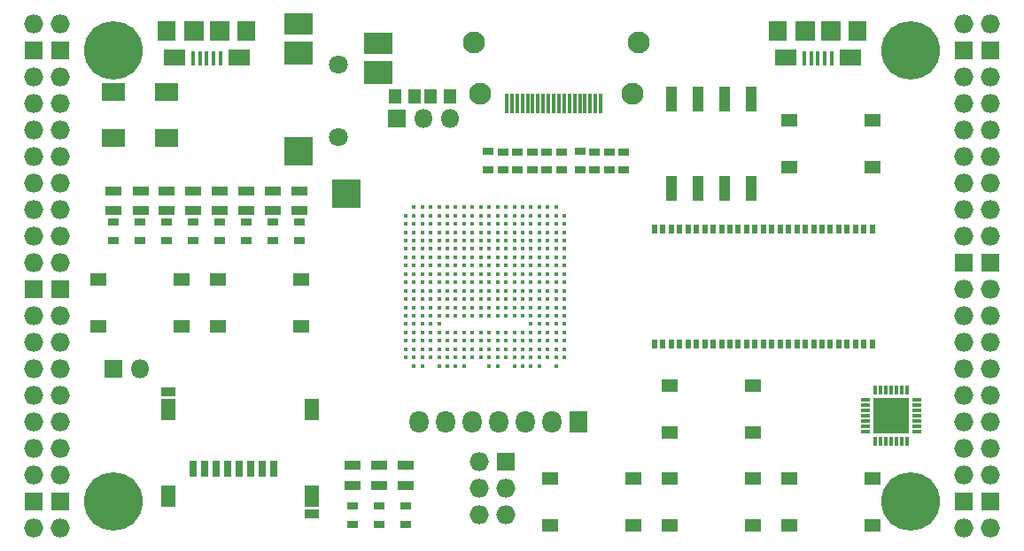
<source format=gts>
G04 #@! TF.GenerationSoftware,KiCad,Pcbnew,5.0.0-rc2+dfsg1-2*
G04 #@! TF.CreationDate,2018-06-08T13:29:07+02:00*
G04 #@! TF.ProjectId,ulx3s,756C7833732E6B696361645F70636200,rev?*
G04 #@! TF.SameCoordinates,Original*
G04 #@! TF.FileFunction,Soldermask,Top*
G04 #@! TF.FilePolarity,Negative*
%FSLAX46Y46*%
G04 Gerber Fmt 4.6, Leading zero omitted, Abs format (unit mm)*
G04 Created by KiCad (PCBNEW 5.0.0-rc2+dfsg1-2) date Fri Jun  8 13:29:07 2018*
%MOMM*%
%LPD*%
G01*
G04 APERTURE LIST*
%ADD10O,1.827200X1.827200*%
%ADD11R,1.727200X1.727200*%
%ADD12C,5.600000*%
%ADD13O,0.950000X0.400000*%
%ADD14O,0.400000X0.950000*%
%ADD15R,1.675000X1.675000*%
%ADD16R,1.727200X2.032000*%
%ADD17O,1.827200X2.132000*%
%ADD18R,1.550000X1.300000*%
%ADD19R,1.120000X2.440000*%
%ADD20C,0.430000*%
%ADD21R,2.800000X2.000000*%
%ADD22R,2.800000X2.200000*%
%ADD23R,2.800000X2.800000*%
%ADD24C,1.800000*%
%ADD25R,0.700000X1.500000*%
%ADD26R,1.450000X0.900000*%
%ADD27R,1.450000X2.000000*%
%ADD28R,2.200000X1.800000*%
%ADD29R,0.560000X0.900000*%
%ADD30R,1.000000X0.670000*%
%ADD31R,1.500000X0.970000*%
%ADD32R,0.300000X1.900000*%
%ADD33C,2.100000*%
%ADD34R,1.700000X1.700000*%
%ADD35O,1.800000X1.800000*%
%ADD36R,1.295000X1.400000*%
%ADD37R,1.800000X1.900000*%
%ADD38R,0.400000X1.350000*%
%ADD39R,1.900000X1.900000*%
%ADD40R,2.100000X1.600000*%
G04 APERTURE END LIST*
D10*
G04 #@! TO.C,J1*
X97910000Y-62690000D03*
X95370000Y-62690000D03*
D11*
X97910000Y-65230000D03*
X95370000Y-65230000D03*
D10*
X97910000Y-67770000D03*
X95370000Y-67770000D03*
X97910000Y-70310000D03*
X95370000Y-70310000D03*
X97910000Y-72850000D03*
X95370000Y-72850000D03*
X97910000Y-75390000D03*
X95370000Y-75390000D03*
X97910000Y-77930000D03*
X95370000Y-77930000D03*
X97910000Y-80470000D03*
X95370000Y-80470000D03*
X97910000Y-83010000D03*
X95370000Y-83010000D03*
X97910000Y-85550000D03*
X95370000Y-85550000D03*
D11*
X97910000Y-88090000D03*
X95370000Y-88090000D03*
D10*
X97910000Y-90630000D03*
X95370000Y-90630000D03*
X97910000Y-93170000D03*
X95370000Y-93170000D03*
X97910000Y-95710000D03*
X95370000Y-95710000D03*
X97910000Y-98250000D03*
X95370000Y-98250000D03*
X97910000Y-100790000D03*
X95370000Y-100790000D03*
X97910000Y-103330000D03*
X95370000Y-103330000D03*
X97910000Y-105870000D03*
X95370000Y-105870000D03*
D11*
X97910000Y-108410000D03*
X95370000Y-108410000D03*
D10*
X97910000Y-110950000D03*
X95370000Y-110950000D03*
G04 #@! TD*
G04 #@! TO.C,J2*
X184270000Y-110950000D03*
X186810000Y-110950000D03*
D11*
X184270000Y-108410000D03*
X186810000Y-108410000D03*
D10*
X184270000Y-105870000D03*
X186810000Y-105870000D03*
X184270000Y-103330000D03*
X186810000Y-103330000D03*
X184270000Y-100790000D03*
X186810000Y-100790000D03*
X184270000Y-98250000D03*
X186810000Y-98250000D03*
X184270000Y-95710000D03*
X186810000Y-95710000D03*
X184270000Y-93170000D03*
X186810000Y-93170000D03*
X184270000Y-90630000D03*
X186810000Y-90630000D03*
X184270000Y-88090000D03*
X186810000Y-88090000D03*
D11*
X184270000Y-85550000D03*
X186810000Y-85550000D03*
D10*
X184270000Y-83010000D03*
X186810000Y-83010000D03*
X184270000Y-80470000D03*
X186810000Y-80470000D03*
X184270000Y-77930000D03*
X186810000Y-77930000D03*
X184270000Y-75390000D03*
X186810000Y-75390000D03*
X184270000Y-72850000D03*
X186810000Y-72850000D03*
X184270000Y-70310000D03*
X186810000Y-70310000D03*
X184270000Y-67770000D03*
X186810000Y-67770000D03*
D11*
X184270000Y-65230000D03*
X186810000Y-65230000D03*
D10*
X184270000Y-62690000D03*
X186810000Y-62690000D03*
G04 #@! TD*
D12*
G04 #@! TO.C,H1*
X102990000Y-108410000D03*
G04 #@! TD*
G04 #@! TO.C,H2*
X179190000Y-108410000D03*
G04 #@! TD*
G04 #@! TO.C,H3*
X179190000Y-65230000D03*
G04 #@! TD*
G04 #@! TO.C,H4*
X102990000Y-65230000D03*
G04 #@! TD*
D11*
G04 #@! TO.C,J4*
X140455000Y-104600000D03*
D10*
X137915000Y-104600000D03*
X140455000Y-107140000D03*
X137915000Y-107140000D03*
X140455000Y-109680000D03*
X137915000Y-109680000D03*
G04 #@! TD*
D13*
G04 #@! TO.C,U8*
X179735000Y-101655000D03*
X179735000Y-101155000D03*
X179735000Y-100655000D03*
X179735000Y-100155000D03*
X179735000Y-99655000D03*
X179735000Y-99155000D03*
X179735000Y-98655000D03*
D14*
X178785000Y-97705000D03*
X178285000Y-97705000D03*
X177785000Y-97705000D03*
X177285000Y-97705000D03*
X176785000Y-97705000D03*
X176285000Y-97705000D03*
X175785000Y-97705000D03*
D13*
X174835000Y-98655000D03*
X174835000Y-99155000D03*
X174835000Y-99655000D03*
X174835000Y-100155000D03*
X174835000Y-100655000D03*
X174835000Y-101155000D03*
X174835000Y-101655000D03*
D14*
X175785000Y-102605000D03*
X176285000Y-102605000D03*
X176785000Y-102605000D03*
X177285000Y-102605000D03*
X177785000Y-102605000D03*
X178285000Y-102605000D03*
X178785000Y-102605000D03*
D15*
X176447500Y-99317500D03*
X176447500Y-100992500D03*
X178122500Y-99317500D03*
X178122500Y-100992500D03*
G04 #@! TD*
D16*
G04 #@! TO.C,OLED1*
X147440000Y-100790000D03*
D17*
X144900000Y-100790000D03*
X142360000Y-100790000D03*
X139820000Y-100790000D03*
X137280000Y-100790000D03*
X134740000Y-100790000D03*
X132200000Y-100790000D03*
G04 #@! TD*
D18*
G04 #@! TO.C,BTN0*
X175550000Y-71870000D03*
X175550000Y-76370000D03*
X167590000Y-76370000D03*
X167590000Y-71870000D03*
G04 #@! TD*
G04 #@! TO.C,BTN1*
X101550000Y-91610000D03*
X101550000Y-87110000D03*
X109510000Y-87110000D03*
X109510000Y-91610000D03*
G04 #@! TD*
G04 #@! TO.C,BTN2*
X112980000Y-91610000D03*
X112980000Y-87110000D03*
X120940000Y-87110000D03*
X120940000Y-91610000D03*
G04 #@! TD*
G04 #@! TO.C,BTN3*
X156160000Y-101770000D03*
X156160000Y-97270000D03*
X164120000Y-97270000D03*
X164120000Y-101770000D03*
G04 #@! TD*
G04 #@! TO.C,BTN4*
X164120000Y-106160000D03*
X164120000Y-110660000D03*
X156160000Y-110660000D03*
X156160000Y-106160000D03*
G04 #@! TD*
G04 #@! TO.C,BTN5*
X152690000Y-106160000D03*
X152690000Y-110660000D03*
X144730000Y-110660000D03*
X144730000Y-106160000D03*
G04 #@! TD*
G04 #@! TO.C,BTN6*
X175550000Y-106160000D03*
X175550000Y-110660000D03*
X167590000Y-110660000D03*
X167590000Y-106160000D03*
G04 #@! TD*
D19*
G04 #@! TO.C,SW1*
X156330000Y-78425000D03*
X163950000Y-69815000D03*
X158870000Y-78425000D03*
X161410000Y-69815000D03*
X161410000Y-78425000D03*
X158870000Y-69815000D03*
X163950000Y-78425000D03*
X156330000Y-69815000D03*
G04 #@! TD*
D20*
G04 #@! TO.C,U1*
X131680000Y-80200000D03*
X132480000Y-80200000D03*
X133280000Y-80200000D03*
X134080000Y-80200000D03*
X134880000Y-80200000D03*
X135680000Y-80200000D03*
X136480000Y-80200000D03*
X137280000Y-80200000D03*
X138080000Y-80200000D03*
X138880000Y-80200000D03*
X139680000Y-80200000D03*
X140480000Y-80200000D03*
X141280000Y-80200000D03*
X142080000Y-80200000D03*
X142880000Y-80200000D03*
X143680000Y-80200000D03*
X144480000Y-80200000D03*
X145280000Y-80200000D03*
X130880000Y-81000000D03*
X131680000Y-81000000D03*
X132480000Y-81000000D03*
X133280000Y-81000000D03*
X134080000Y-81000000D03*
X134880000Y-81000000D03*
X135680000Y-81000000D03*
X136480000Y-81000000D03*
X137280000Y-81000000D03*
X138080000Y-81000000D03*
X138880000Y-81000000D03*
X139680000Y-81000000D03*
X140480000Y-81000000D03*
X141280000Y-81000000D03*
X142080000Y-81000000D03*
X142880000Y-81000000D03*
X143680000Y-81000000D03*
X144480000Y-81000000D03*
X145280000Y-81000000D03*
X146080000Y-81000000D03*
X130880000Y-81800000D03*
X131680000Y-81800000D03*
X132480000Y-81800000D03*
X133280000Y-81800000D03*
X134080000Y-81800000D03*
X134880000Y-81800000D03*
X135680000Y-81800000D03*
X136480000Y-81800000D03*
X137280000Y-81800000D03*
X138080000Y-81800000D03*
X138880000Y-81800000D03*
X139680000Y-81800000D03*
X140480000Y-81800000D03*
X141280000Y-81800000D03*
X142080000Y-81800000D03*
X142880000Y-81800000D03*
X143680000Y-81800000D03*
X144480000Y-81800000D03*
X145280000Y-81800000D03*
X146080000Y-81800000D03*
X130880000Y-82600000D03*
X131680000Y-82600000D03*
X132480000Y-82600000D03*
X133280000Y-82600000D03*
X134080000Y-82600000D03*
X134880000Y-82600000D03*
X135680000Y-82600000D03*
X136480000Y-82600000D03*
X137280000Y-82600000D03*
X138080000Y-82600000D03*
X138880000Y-82600000D03*
X139680000Y-82600000D03*
X140480000Y-82600000D03*
X141280000Y-82600000D03*
X142080000Y-82600000D03*
X142880000Y-82600000D03*
X143680000Y-82600000D03*
X144480000Y-82600000D03*
X145280000Y-82600000D03*
X146080000Y-82600000D03*
X130880000Y-83400000D03*
X131680000Y-83400000D03*
X132480000Y-83400000D03*
X133280000Y-83400000D03*
X134080000Y-83400000D03*
X134880000Y-83400000D03*
X135680000Y-83400000D03*
X136480000Y-83400000D03*
X137280000Y-83400000D03*
X138080000Y-83400000D03*
X138880000Y-83400000D03*
X139680000Y-83400000D03*
X140480000Y-83400000D03*
X141280000Y-83400000D03*
X142080000Y-83400000D03*
X142880000Y-83400000D03*
X143680000Y-83400000D03*
X144480000Y-83400000D03*
X145280000Y-83400000D03*
X146080000Y-83400000D03*
X130880000Y-84200000D03*
X131680000Y-84200000D03*
X132480000Y-84200000D03*
X133280000Y-84200000D03*
X134080000Y-84200000D03*
X134880000Y-84200000D03*
X135680000Y-84200000D03*
X136480000Y-84200000D03*
X137280000Y-84200000D03*
X138080000Y-84200000D03*
X138880000Y-84200000D03*
X139680000Y-84200000D03*
X140480000Y-84200000D03*
X141280000Y-84200000D03*
X142080000Y-84200000D03*
X142880000Y-84200000D03*
X143680000Y-84200000D03*
X144480000Y-84200000D03*
X145280000Y-84200000D03*
X146080000Y-84200000D03*
X130880000Y-85000000D03*
X131680000Y-85000000D03*
X132480000Y-85000000D03*
X133280000Y-85000000D03*
X134080000Y-85000000D03*
X134880000Y-85000000D03*
X135680000Y-85000000D03*
X136480000Y-85000000D03*
X137280000Y-85000000D03*
X138080000Y-85000000D03*
X138880000Y-85000000D03*
X139680000Y-85000000D03*
X140480000Y-85000000D03*
X141280000Y-85000000D03*
X142080000Y-85000000D03*
X142880000Y-85000000D03*
X143680000Y-85000000D03*
X144480000Y-85000000D03*
X145280000Y-85000000D03*
X146080000Y-85000000D03*
X130880000Y-85800000D03*
X131680000Y-85800000D03*
X132480000Y-85800000D03*
X133280000Y-85800000D03*
X134080000Y-85800000D03*
X134880000Y-85800000D03*
X135680000Y-85800000D03*
X136480000Y-85800000D03*
X137280000Y-85800000D03*
X138080000Y-85800000D03*
X138880000Y-85800000D03*
X139680000Y-85800000D03*
X140480000Y-85800000D03*
X141280000Y-85800000D03*
X142080000Y-85800000D03*
X142880000Y-85800000D03*
X143680000Y-85800000D03*
X144480000Y-85800000D03*
X145280000Y-85800000D03*
X146080000Y-85800000D03*
X130880000Y-86600000D03*
X131680000Y-86600000D03*
X132480000Y-86600000D03*
X133280000Y-86600000D03*
X134080000Y-86600000D03*
X134880000Y-86600000D03*
X135680000Y-86600000D03*
X136480000Y-86600000D03*
X137280000Y-86600000D03*
X138080000Y-86600000D03*
X138880000Y-86600000D03*
X139680000Y-86600000D03*
X140480000Y-86600000D03*
X141280000Y-86600000D03*
X142080000Y-86600000D03*
X142880000Y-86600000D03*
X143680000Y-86600000D03*
X144480000Y-86600000D03*
X145280000Y-86600000D03*
X146080000Y-86600000D03*
X130880000Y-87400000D03*
X131680000Y-87400000D03*
X132480000Y-87400000D03*
X133280000Y-87400000D03*
X134080000Y-87400000D03*
X134880000Y-87400000D03*
X135680000Y-87400000D03*
X136480000Y-87400000D03*
X137280000Y-87400000D03*
X138080000Y-87400000D03*
X138880000Y-87400000D03*
X139680000Y-87400000D03*
X140480000Y-87400000D03*
X141280000Y-87400000D03*
X142080000Y-87400000D03*
X142880000Y-87400000D03*
X143680000Y-87400000D03*
X144480000Y-87400000D03*
X145280000Y-87400000D03*
X146080000Y-87400000D03*
X130880000Y-88200000D03*
X131680000Y-88200000D03*
X132480000Y-88200000D03*
X133280000Y-88200000D03*
X134080000Y-88200000D03*
X134880000Y-88200000D03*
X135680000Y-88200000D03*
X136480000Y-88200000D03*
X137280000Y-88200000D03*
X138080000Y-88200000D03*
X138880000Y-88200000D03*
X139680000Y-88200000D03*
X140480000Y-88200000D03*
X141280000Y-88200000D03*
X142080000Y-88200000D03*
X142880000Y-88200000D03*
X143680000Y-88200000D03*
X144480000Y-88200000D03*
X145280000Y-88200000D03*
X146080000Y-88200000D03*
X130880000Y-89000000D03*
X131680000Y-89000000D03*
X132480000Y-89000000D03*
X133280000Y-89000000D03*
X134080000Y-89000000D03*
X134880000Y-89000000D03*
X135680000Y-89000000D03*
X136480000Y-89000000D03*
X137280000Y-89000000D03*
X138080000Y-89000000D03*
X138880000Y-89000000D03*
X139680000Y-89000000D03*
X140480000Y-89000000D03*
X141280000Y-89000000D03*
X142080000Y-89000000D03*
X142880000Y-89000000D03*
X143680000Y-89000000D03*
X144480000Y-89000000D03*
X145280000Y-89000000D03*
X146080000Y-89000000D03*
X130880000Y-89800000D03*
X131680000Y-89800000D03*
X132480000Y-89800000D03*
X133280000Y-89800000D03*
X134080000Y-89800000D03*
X134880000Y-89800000D03*
X135680000Y-89800000D03*
X136480000Y-89800000D03*
X137280000Y-89800000D03*
X138080000Y-89800000D03*
X138880000Y-89800000D03*
X139680000Y-89800000D03*
X140480000Y-89800000D03*
X141280000Y-89800000D03*
X142080000Y-89800000D03*
X142880000Y-89800000D03*
X143680000Y-89800000D03*
X144480000Y-89800000D03*
X145280000Y-89800000D03*
X146080000Y-89800000D03*
X130880000Y-90600000D03*
X131680000Y-90600000D03*
X132480000Y-90600000D03*
X133280000Y-90600000D03*
X134080000Y-90600000D03*
X134880000Y-90600000D03*
X135680000Y-90600000D03*
X136480000Y-90600000D03*
X137280000Y-90600000D03*
X138080000Y-90600000D03*
X138880000Y-90600000D03*
X139680000Y-90600000D03*
X140480000Y-90600000D03*
X141280000Y-90600000D03*
X142080000Y-90600000D03*
X142880000Y-90600000D03*
X143680000Y-90600000D03*
X144480000Y-90600000D03*
X145280000Y-90600000D03*
X146080000Y-90600000D03*
X130880000Y-91400000D03*
X131680000Y-91400000D03*
X132480000Y-91400000D03*
X133280000Y-91400000D03*
X134080000Y-91400000D03*
X142880000Y-91400000D03*
X143680000Y-91400000D03*
X144480000Y-91400000D03*
X145280000Y-91400000D03*
X146080000Y-91400000D03*
X130880000Y-92200000D03*
X131680000Y-92200000D03*
X132480000Y-92200000D03*
X133280000Y-92200000D03*
X134080000Y-92200000D03*
X134880000Y-92200000D03*
X135680000Y-92200000D03*
X136480000Y-92200000D03*
X137280000Y-92200000D03*
X138080000Y-92200000D03*
X138880000Y-92200000D03*
X139680000Y-92200000D03*
X140480000Y-92200000D03*
X141280000Y-92200000D03*
X142080000Y-92200000D03*
X142880000Y-92200000D03*
X143680000Y-92200000D03*
X144480000Y-92200000D03*
X145280000Y-92200000D03*
X146080000Y-92200000D03*
X130880000Y-93000000D03*
X131680000Y-93000000D03*
X132480000Y-93000000D03*
X133280000Y-93000000D03*
X134080000Y-93000000D03*
X134880000Y-93000000D03*
X135680000Y-93000000D03*
X136480000Y-93000000D03*
X137280000Y-93000000D03*
X138080000Y-93000000D03*
X138880000Y-93000000D03*
X139680000Y-93000000D03*
X140480000Y-93000000D03*
X141280000Y-93000000D03*
X142080000Y-93000000D03*
X142880000Y-93000000D03*
X143680000Y-93000000D03*
X144480000Y-93000000D03*
X145280000Y-93000000D03*
X146080000Y-93000000D03*
X130880000Y-93800000D03*
X131680000Y-93800000D03*
X132480000Y-93800000D03*
X133280000Y-93800000D03*
X134080000Y-93800000D03*
X134880000Y-93800000D03*
X135680000Y-93800000D03*
X136480000Y-93800000D03*
X137280000Y-93800000D03*
X138080000Y-93800000D03*
X138880000Y-93800000D03*
X139680000Y-93800000D03*
X140480000Y-93800000D03*
X141280000Y-93800000D03*
X142080000Y-93800000D03*
X142880000Y-93800000D03*
X143680000Y-93800000D03*
X144480000Y-93800000D03*
X145280000Y-93800000D03*
X146080000Y-93800000D03*
X130880000Y-94600000D03*
X131680000Y-94600000D03*
X132480000Y-94600000D03*
X133280000Y-94600000D03*
X134080000Y-94600000D03*
X134880000Y-94600000D03*
X135680000Y-94600000D03*
X136480000Y-94600000D03*
X137280000Y-94600000D03*
X138080000Y-94600000D03*
X138880000Y-94600000D03*
X139680000Y-94600000D03*
X140480000Y-94600000D03*
X141280000Y-94600000D03*
X142080000Y-94600000D03*
X142880000Y-94600000D03*
X143680000Y-94600000D03*
X144480000Y-94600000D03*
X145280000Y-94600000D03*
X146080000Y-94600000D03*
X131680000Y-95400000D03*
X132480000Y-95400000D03*
X134080000Y-95400000D03*
X134880000Y-95400000D03*
X135680000Y-95400000D03*
X136480000Y-95400000D03*
X138880000Y-95400000D03*
X139680000Y-95400000D03*
X141280000Y-95400000D03*
X142080000Y-95400000D03*
X142880000Y-95400000D03*
X143680000Y-95400000D03*
X145280000Y-95400000D03*
G04 #@! TD*
D21*
G04 #@! TO.C,AUDIO1*
X120668000Y-62618000D03*
D22*
X120668000Y-65418000D03*
D23*
X120668000Y-74818000D03*
X125218000Y-78918000D03*
D22*
X128268000Y-67318000D03*
D21*
X128268000Y-64518000D03*
D24*
X124468000Y-66518000D03*
X124468000Y-73518000D03*
G04 #@! TD*
D25*
G04 #@! TO.C,SD1*
X118250000Y-105250000D03*
X117150000Y-105250000D03*
X116050000Y-105250000D03*
X114950000Y-105250000D03*
X113850000Y-105250000D03*
X112750000Y-105250000D03*
X111650000Y-105250000D03*
X110550000Y-105250000D03*
D26*
X121925000Y-109550000D03*
X108175000Y-97850000D03*
D27*
X108175000Y-107850000D03*
X121925000Y-107850000D03*
X121925000Y-99550000D03*
X108175000Y-99550000D03*
G04 #@! TD*
D28*
G04 #@! TO.C,Y1*
X108040000Y-69220000D03*
X102960000Y-69220000D03*
X102960000Y-73620000D03*
X108040000Y-73620000D03*
G04 #@! TD*
D29*
G04 #@! TO.C,U2*
X175493000Y-82270000D03*
X154693000Y-93330000D03*
X155493000Y-93330000D03*
X156293000Y-93330000D03*
X157093000Y-93330000D03*
X157893000Y-93330000D03*
X158693000Y-93330000D03*
X159493000Y-93330000D03*
X160293000Y-93330000D03*
X161093000Y-93330000D03*
X161893000Y-93330000D03*
X162693000Y-93330000D03*
X163493000Y-93330000D03*
X164293000Y-93330000D03*
X165093000Y-93330000D03*
X165893000Y-93330000D03*
X166693000Y-93330000D03*
X167493000Y-93330000D03*
X168293000Y-93330000D03*
X169093000Y-93330000D03*
X169893000Y-93330000D03*
X170693000Y-93330000D03*
X171493000Y-93330000D03*
X172293000Y-93330000D03*
X173093000Y-93330000D03*
X173893000Y-93330000D03*
X174693000Y-93330000D03*
X175493000Y-93330000D03*
X174693000Y-82270000D03*
X173893000Y-82270000D03*
X173093000Y-82270000D03*
X172293000Y-82270000D03*
X171493000Y-82270000D03*
X170693000Y-82270000D03*
X169893000Y-82270000D03*
X169093000Y-82270000D03*
X168293000Y-82270000D03*
X167493000Y-82270000D03*
X166693000Y-82270000D03*
X165893000Y-82270000D03*
X165093000Y-82270000D03*
X164293000Y-82270000D03*
X163493000Y-82270000D03*
X162693000Y-82270000D03*
X161893000Y-82270000D03*
X161093000Y-82270000D03*
X160293000Y-82270000D03*
X159493000Y-82270000D03*
X158693000Y-82270000D03*
X157893000Y-82270000D03*
X157093000Y-82270000D03*
X156293000Y-82270000D03*
X155493000Y-82270000D03*
X154693000Y-82270000D03*
G04 #@! TD*
D30*
G04 #@! TO.C,C36*
X150361000Y-76646000D03*
X150361000Y-74896000D03*
G04 #@! TD*
G04 #@! TO.C,C37*
X151758000Y-74896000D03*
X151758000Y-76646000D03*
G04 #@! TD*
G04 #@! TO.C,C38*
X140201000Y-74896000D03*
X140201000Y-76646000D03*
G04 #@! TD*
G04 #@! TO.C,C39*
X142995000Y-76646000D03*
X142995000Y-74896000D03*
G04 #@! TD*
G04 #@! TO.C,C40*
X145789000Y-76646000D03*
X145789000Y-74896000D03*
G04 #@! TD*
G04 #@! TO.C,C41*
X148964000Y-74896000D03*
X148964000Y-76646000D03*
G04 #@! TD*
G04 #@! TO.C,C42*
X138742800Y-76638600D03*
X138742800Y-74888600D03*
G04 #@! TD*
G04 #@! TO.C,C43*
X141598000Y-74896000D03*
X141598000Y-76646000D03*
G04 #@! TD*
G04 #@! TO.C,C44*
X144392000Y-74896000D03*
X144392000Y-76646000D03*
G04 #@! TD*
G04 #@! TO.C,C45*
X147567000Y-76634000D03*
X147567000Y-74884000D03*
G04 #@! TD*
D31*
G04 #@! TO.C,D19*
X130930000Y-106825000D03*
X130930000Y-104915000D03*
G04 #@! TD*
G04 #@! TO.C,D0*
X120770000Y-78644000D03*
X120770000Y-80554000D03*
G04 #@! TD*
G04 #@! TO.C,D1*
X118230000Y-80554000D03*
X118230000Y-78644000D03*
G04 #@! TD*
G04 #@! TO.C,D2*
X115690000Y-78644000D03*
X115690000Y-80554000D03*
G04 #@! TD*
G04 #@! TO.C,D3*
X113150000Y-78644000D03*
X113150000Y-80554000D03*
G04 #@! TD*
G04 #@! TO.C,D4*
X110610000Y-80554000D03*
X110610000Y-78644000D03*
G04 #@! TD*
G04 #@! TO.C,D5*
X108070000Y-80554000D03*
X108070000Y-78644000D03*
G04 #@! TD*
G04 #@! TO.C,D6*
X105545000Y-78644000D03*
X105545000Y-80554000D03*
G04 #@! TD*
G04 #@! TO.C,D7*
X102990000Y-80554000D03*
X102990000Y-78644000D03*
G04 #@! TD*
G04 #@! TO.C,D18*
X128390000Y-106825000D03*
X128390000Y-104915000D03*
G04 #@! TD*
G04 #@! TO.C,D22*
X125850000Y-104915000D03*
X125850000Y-106825000D03*
G04 #@! TD*
D32*
G04 #@! TO.C,GPDI1*
X149546000Y-70312000D03*
X149046000Y-70312000D03*
X148546000Y-70312000D03*
X148046000Y-70312000D03*
X147546000Y-70312000D03*
X147046000Y-70312000D03*
X146546000Y-70312000D03*
X146046000Y-70312000D03*
X145546000Y-70312000D03*
X145046000Y-70312000D03*
X144546000Y-70312000D03*
X144046000Y-70312000D03*
X143546000Y-70312000D03*
X143046000Y-70312000D03*
X142546000Y-70312000D03*
X142046000Y-70312000D03*
X141546000Y-70312000D03*
X141046000Y-70312000D03*
X140546000Y-70312000D03*
D33*
X152546000Y-69312000D03*
X138046000Y-69312000D03*
X153146000Y-64412000D03*
X137446000Y-64412000D03*
G04 #@! TD*
D30*
G04 #@! TO.C,R41*
X120770000Y-83377000D03*
X120770000Y-81627000D03*
G04 #@! TD*
G04 #@! TO.C,R42*
X118230000Y-81627000D03*
X118230000Y-83377000D03*
G04 #@! TD*
G04 #@! TO.C,R43*
X115690000Y-83377000D03*
X115690000Y-81627000D03*
G04 #@! TD*
G04 #@! TO.C,R44*
X113150000Y-81627000D03*
X113150000Y-83377000D03*
G04 #@! TD*
G04 #@! TO.C,R45*
X110610000Y-81627000D03*
X110610000Y-83377000D03*
G04 #@! TD*
G04 #@! TO.C,R46*
X108070000Y-83377000D03*
X108070000Y-81627000D03*
G04 #@! TD*
G04 #@! TO.C,R47*
X105530000Y-81627000D03*
X105530000Y-83377000D03*
G04 #@! TD*
G04 #@! TO.C,R48*
X102990000Y-83377000D03*
X102990000Y-81627000D03*
G04 #@! TD*
G04 #@! TO.C,R36*
X128390000Y-110555000D03*
X128390000Y-108805000D03*
G04 #@! TD*
G04 #@! TO.C,R37*
X130930000Y-110555000D03*
X130930000Y-108805000D03*
G04 #@! TD*
G04 #@! TO.C,R62*
X125850000Y-108805000D03*
X125850000Y-110555000D03*
G04 #@! TD*
D34*
G04 #@! TO.C,J3*
X102990000Y-95710000D03*
D35*
X105530000Y-95710000D03*
G04 #@! TD*
D34*
G04 #@! TO.C,J5*
X130056000Y-71725000D03*
D35*
X132596000Y-71725000D03*
X135136000Y-71725000D03*
G04 #@! TD*
D36*
G04 #@! TO.C,RV2*
X131785500Y-69566000D03*
X129850500Y-69566000D03*
G04 #@! TD*
G04 #@! TO.C,RV3*
X133231000Y-69566000D03*
X135166000Y-69566000D03*
G04 #@! TD*
D37*
G04 #@! TO.C,US1*
X108080000Y-63325000D03*
X115680000Y-63325000D03*
D38*
X110580000Y-66000000D03*
X111230000Y-66000000D03*
X111880000Y-66000000D03*
X112530000Y-66000000D03*
X113180000Y-66000000D03*
D39*
X110680000Y-63325000D03*
X113080000Y-63325000D03*
D40*
X108780000Y-65875000D03*
X114980000Y-65875000D03*
G04 #@! TD*
G04 #@! TO.C,US2*
X173400000Y-65875000D03*
X167200000Y-65875000D03*
D39*
X171500000Y-63325000D03*
X169100000Y-63325000D03*
D38*
X171600000Y-66000000D03*
X170950000Y-66000000D03*
X170300000Y-66000000D03*
X169650000Y-66000000D03*
X169000000Y-66000000D03*
D37*
X174100000Y-63325000D03*
X166500000Y-63325000D03*
G04 #@! TD*
M02*

</source>
